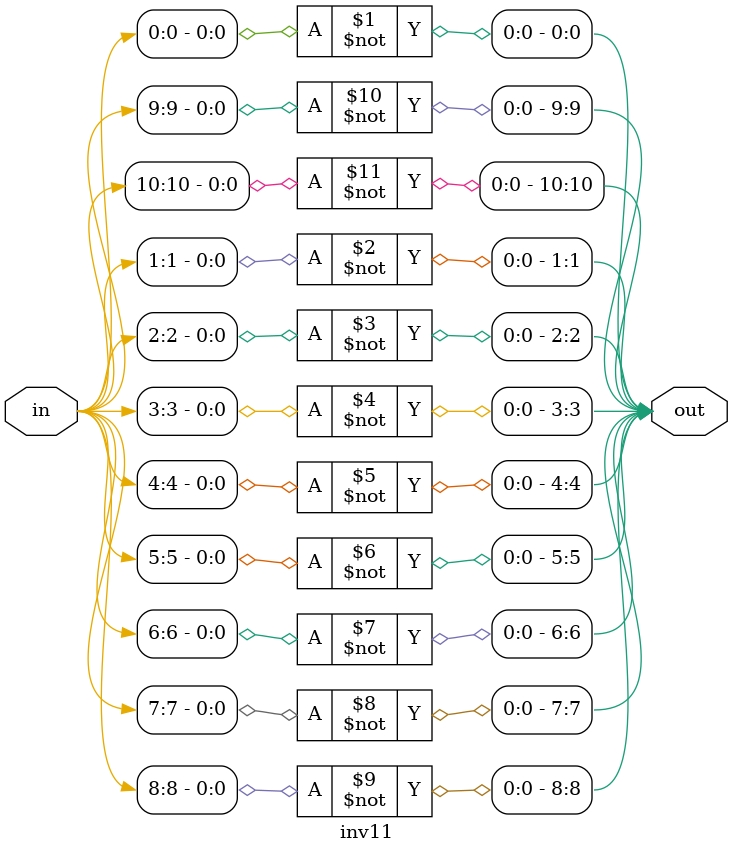
<source format=v>
module inv11 (out, in);

   input [10:0]  in;

   output [10:0] out;   
   
   not i1 (out[0], in[0]);
   not i2 (out[1], in[1]);
   not i3 (out[2], in[2]);
   not i4 (out[3], in[3]);
   not i5 (out[4], in[4]);
   not i6 (out[5], in[5]);
   not i7 (out[6], in[6]);
   not i8 (out[7], in[7]);
   not i9 (out[8], in[8]);
   not i10 (out[9], in[9]);
   not i11 (out[10], in[10]);
   
endmodule // inv11

</source>
